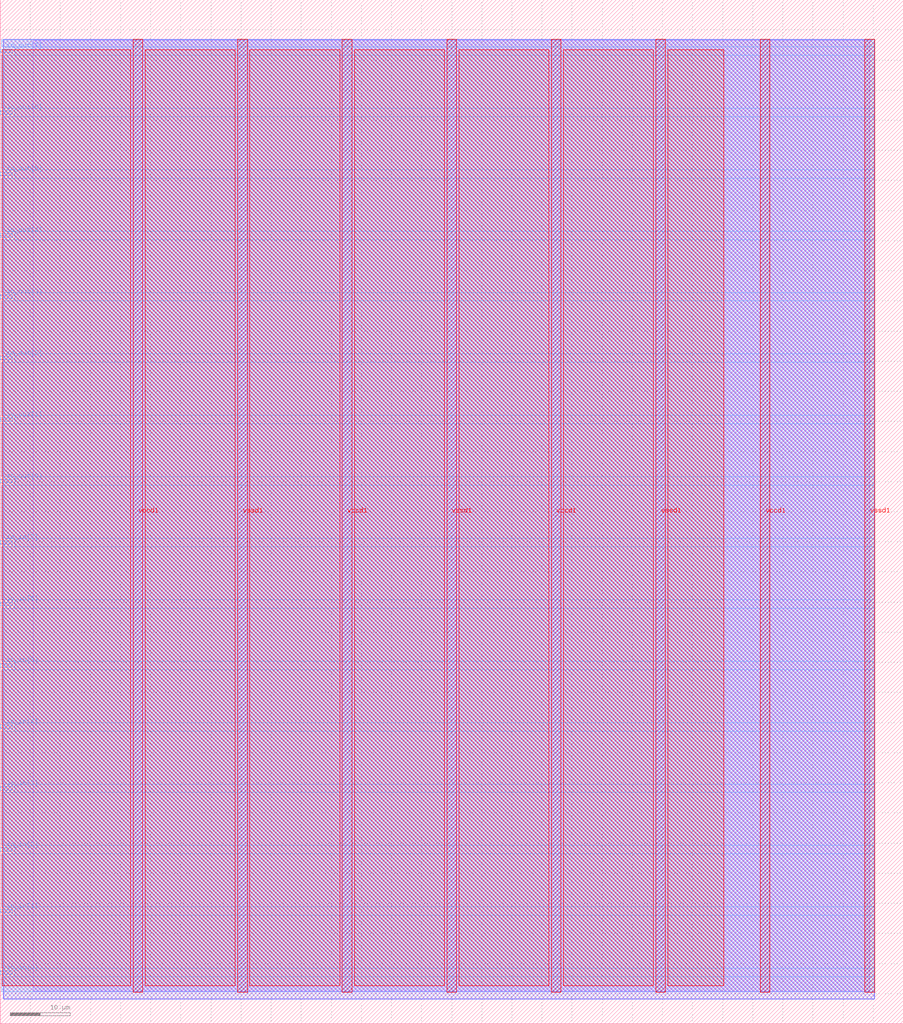
<source format=lef>
VERSION 5.7 ;
  NOWIREEXTENSIONATPIN ON ;
  DIVIDERCHAR "/" ;
  BUSBITCHARS "[]" ;
MACRO wormy_top
  CLASS BLOCK ;
  FOREIGN wormy_top ;
  ORIGIN 0.000 0.000 ;
  SIZE 150.000 BY 170.000 ;
  PIN io_in[0]
    DIRECTION INPUT ;
    USE SIGNAL ;
    PORT
      LAYER met3 ;
        RECT 0.000 8.200 2.000 8.800 ;
    END
  END io_in[0]
  PIN io_in[1]
    DIRECTION INPUT ;
    USE SIGNAL ;
    PORT
      LAYER met3 ;
        RECT 0.000 18.400 2.000 19.000 ;
    END
  END io_in[1]
  PIN io_in[2]
    DIRECTION INPUT ;
    USE SIGNAL ;
    PORT
      LAYER met3 ;
        RECT 0.000 28.600 2.000 29.200 ;
    END
  END io_in[2]
  PIN io_in[3]
    DIRECTION INPUT ;
    USE SIGNAL ;
    PORT
      LAYER met3 ;
        RECT 0.000 38.800 2.000 39.400 ;
    END
  END io_in[3]
  PIN io_in[4]
    DIRECTION INPUT ;
    USE SIGNAL ;
    PORT
      LAYER met3 ;
        RECT 0.000 49.000 2.000 49.600 ;
    END
  END io_in[4]
  PIN io_in[5]
    DIRECTION INPUT ;
    USE SIGNAL ;
    PORT
      LAYER met3 ;
        RECT 0.000 59.200 2.000 59.800 ;
    END
  END io_in[5]
  PIN io_in[6]
    DIRECTION INPUT ;
    USE SIGNAL ;
    PORT
      LAYER met3 ;
        RECT 0.000 69.400 2.000 70.000 ;
    END
  END io_in[6]
  PIN io_in[7]
    DIRECTION INPUT ;
    USE SIGNAL ;
    PORT
      LAYER met3 ;
        RECT 0.000 79.600 2.000 80.200 ;
    END
  END io_in[7]
  PIN io_out[0]
    DIRECTION OUTPUT TRISTATE ;
    USE SIGNAL ;
    PORT
      LAYER met3 ;
        RECT 0.000 89.800 2.000 90.400 ;
    END
  END io_out[0]
  PIN io_out[1]
    DIRECTION OUTPUT TRISTATE ;
    USE SIGNAL ;
    PORT
      LAYER met3 ;
        RECT 0.000 100.000 2.000 100.600 ;
    END
  END io_out[1]
  PIN io_out[2]
    DIRECTION OUTPUT TRISTATE ;
    USE SIGNAL ;
    PORT
      LAYER met3 ;
        RECT 0.000 110.200 2.000 110.800 ;
    END
  END io_out[2]
  PIN io_out[3]
    DIRECTION OUTPUT TRISTATE ;
    USE SIGNAL ;
    PORT
      LAYER met3 ;
        RECT 0.000 120.400 2.000 121.000 ;
    END
  END io_out[3]
  PIN io_out[4]
    DIRECTION OUTPUT TRISTATE ;
    USE SIGNAL ;
    PORT
      LAYER met3 ;
        RECT 0.000 130.600 2.000 131.200 ;
    END
  END io_out[4]
  PIN io_out[5]
    DIRECTION OUTPUT TRISTATE ;
    USE SIGNAL ;
    PORT
      LAYER met3 ;
        RECT 0.000 140.800 2.000 141.400 ;
    END
  END io_out[5]
  PIN io_out[6]
    DIRECTION OUTPUT TRISTATE ;
    USE SIGNAL ;
    PORT
      LAYER met3 ;
        RECT 0.000 151.000 2.000 151.600 ;
    END
  END io_out[6]
  PIN io_out[7]
    DIRECTION OUTPUT TRISTATE ;
    USE SIGNAL ;
    PORT
      LAYER met3 ;
        RECT 0.000 161.200 2.000 161.800 ;
    END
  END io_out[7]
  PIN vccd1
    DIRECTION INOUT ;
    USE POWER ;
    PORT
      LAYER met4 ;
        RECT 22.085 5.200 23.685 163.440 ;
    END
    PORT
      LAYER met4 ;
        RECT 56.815 5.200 58.415 163.440 ;
    END
    PORT
      LAYER met4 ;
        RECT 91.545 5.200 93.145 163.440 ;
    END
    PORT
      LAYER met4 ;
        RECT 126.275 5.200 127.875 163.440 ;
    END
  END vccd1
  PIN vssd1
    DIRECTION INOUT ;
    USE GROUND ;
    PORT
      LAYER met4 ;
        RECT 39.450 5.200 41.050 163.440 ;
    END
    PORT
      LAYER met4 ;
        RECT 74.180 5.200 75.780 163.440 ;
    END
    PORT
      LAYER met4 ;
        RECT 108.910 5.200 110.510 163.440 ;
    END
    PORT
      LAYER met4 ;
        RECT 143.640 5.200 145.240 163.440 ;
    END
  END vssd1
  OBS
      LAYER li1 ;
        RECT 5.520 5.355 144.440 163.285 ;
      LAYER met1 ;
        RECT 0.530 4.120 145.240 163.440 ;
      LAYER met2 ;
        RECT 0.550 4.090 145.210 163.385 ;
      LAYER met3 ;
        RECT 0.270 162.200 145.230 163.365 ;
        RECT 2.400 160.800 145.230 162.200 ;
        RECT 0.270 152.000 145.230 160.800 ;
        RECT 2.400 150.600 145.230 152.000 ;
        RECT 0.270 141.800 145.230 150.600 ;
        RECT 2.400 140.400 145.230 141.800 ;
        RECT 0.270 131.600 145.230 140.400 ;
        RECT 2.400 130.200 145.230 131.600 ;
        RECT 0.270 121.400 145.230 130.200 ;
        RECT 2.400 120.000 145.230 121.400 ;
        RECT 0.270 111.200 145.230 120.000 ;
        RECT 2.400 109.800 145.230 111.200 ;
        RECT 0.270 101.000 145.230 109.800 ;
        RECT 2.400 99.600 145.230 101.000 ;
        RECT 0.270 90.800 145.230 99.600 ;
        RECT 2.400 89.400 145.230 90.800 ;
        RECT 0.270 80.600 145.230 89.400 ;
        RECT 2.400 79.200 145.230 80.600 ;
        RECT 0.270 70.400 145.230 79.200 ;
        RECT 2.400 69.000 145.230 70.400 ;
        RECT 0.270 60.200 145.230 69.000 ;
        RECT 2.400 58.800 145.230 60.200 ;
        RECT 0.270 50.000 145.230 58.800 ;
        RECT 2.400 48.600 145.230 50.000 ;
        RECT 0.270 39.800 145.230 48.600 ;
        RECT 2.400 38.400 145.230 39.800 ;
        RECT 0.270 29.600 145.230 38.400 ;
        RECT 2.400 28.200 145.230 29.600 ;
        RECT 0.270 19.400 145.230 28.200 ;
        RECT 2.400 18.000 145.230 19.400 ;
        RECT 0.270 9.200 145.230 18.000 ;
        RECT 2.400 7.800 145.230 9.200 ;
        RECT 0.270 5.275 145.230 7.800 ;
      LAYER met4 ;
        RECT 0.295 6.295 21.685 161.665 ;
        RECT 24.085 6.295 39.050 161.665 ;
        RECT 41.450 6.295 56.415 161.665 ;
        RECT 58.815 6.295 73.780 161.665 ;
        RECT 76.180 6.295 91.145 161.665 ;
        RECT 93.545 6.295 108.510 161.665 ;
        RECT 110.910 6.295 120.225 161.665 ;
  END
END wormy_top
END LIBRARY


</source>
